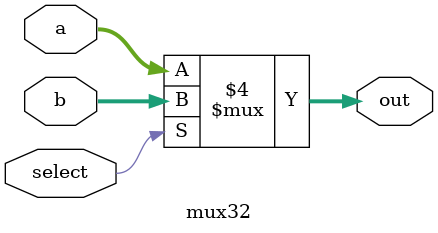
<source format=v>
module mux32(out, a, b, select);

output reg [31:0] out;
input [31:0] a, b;
input select;

always @ (select,a, b)
begin
	if (select == 0)
		out <= a;
	else
		out <= b;
end 

endmodule

</source>
